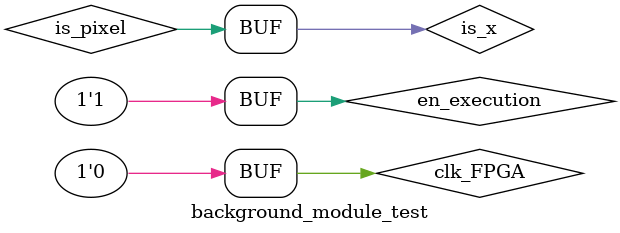
<source format=v>
`timescale 1ns/1ns
module background_module_test();

integer   	i;
wire      	clk;
wire      	clk_25;
wire      	clk_8;
wire [12:0] out_addr_block;
wire        out_hsync;
wire        out_vsync;
wire        active_area;
wire [9:0]  pixel_x;
wire [9:0]  pixel_y;
wire 		printting;
reg [9:0] 	new_px;
reg [9:0] 	new_py;
reg 	  	clk_FPGA;
reg 	  	is_pixel;
reg [8:0]	color;

/* ---------------------- Sinais da Unidade de Controle ------------------------------*/
reg  [3:0] 	out_opcode;
reg 		draw_screen;
reg 		instruction_finished;
reg 		en_execution;
wire  [2:0]	counter_value;
wire 		register_wr;
wire 		memory_wr_BK;
wire 		memory_wr_SP;
wire 		selectorAddress;
wire 		reset_done;
wire 		reset_modules;
wire 		reset_vga;
wire 		enable_counter;
/*-------------------------------------------------------------------------------------*/

always begin //frequência de 50 MHz
	clk_FPGA = 1'b1;
	#10;
	clk_FPGA = 1'b0;
	#10;
end

// Valor HIGH reseta a PLL
initial begin
	en_execution    = 1'b1;
end

clock_pll clock_pll_inst
(
	.inclk0(clk_FPGA),	// input  inclk0_sig
	.c0(clk) ,			// clock de 100  MHz
	.c1(clk_25), 		// clock de 25   MHz
	.c2(clk_8)          // clock de 8.33 MHz
);

BlockModule #(.size_x(10), .size_y(10), .size_address(13) )
BlockModule_inst
(
	.clk(clk), 						// Clock com frequencia de 100 MHz
	.reset(reset_vga),				// Sinal de reset
	.pixel_x(new_px),	    		// Proxima coordenada x que sera processada.
	.pixel_y(new_py),	    		// Proxima coordenada y que sera processada.
   	.addr_block(out_addr_block)		// Endereco de Memoria do bloco de background atual
);

/*------------Módulo para geração do sinais de sincronização do monitor e seus pixeis-----------*/
VGA_sync VGA_sync_inst
(
	.clock(clk_25),				// input  clock_sig
	.reset(reset_vga),			// input  reset_sig
	.hsync(out_hsync),			// output  hsync_sig
	.vsync(out_vsync),			// output  vsync_sig
	.video_enable(active_area),	// output  video_enable_sig
	.pixel_x(pixel_x),			// output [9:0] _sig
	.pixel_y(pixel_y), 			// output [8:0] _sig
	.printting(printting)
);

counter #(.n_bits(3))
counter_inst(
	.clk(clk),
	.reset(enable_counter),
	.value(counter_value)
);

/*-------------------------------Módulo da Unidade de Controle-----------------------------------*/
controlUnit 
controlUnit_inst
(
	.clk(clk) ,							// OK input  clk_sig
	.reset(reset) ,						// OK input  reset_sig
	.opCode(out_opcode) ,					// OK input [3:0] opCode_sig
	.printtingScreen(draw_screen) ,		    // input  printtingScreen_sig
	.doneInst(instruction_finished) ,	    // OK input  doneInst_sig
	.en_execution(en_execution),            // OK
	.counter(counter_value),
	.register_wr(register_wr),
	.memory_wr_SP(memory_wr_SP) ,		
	.memory_wr_BK(memory_wr_BK) ,
	.selectorAddress(selectorAddress), 		// OK output  selectorAddress_sig
	.reset_done(reset_done),                // OK
	.reset_modules(reset_modules),          
	.reset_vga(reset_vga),                  
 	.enable_counter(enable_counter)
);

always @(new_px or new_py) begin
	if(new_py <= 10'd480) begin
		if(new_px == 10'd800 && new_py == 10'd480) begin //ultimo pixel da area ativa foi impresso.
			is_pixel = 1'b0;	
		end
		else if(new_px == 10'd800) begin
			is_pixel = 1'b1; // Uma nova linha ira iniciar. Ou seja, o proximo pixel é zero.
		end
		else if(new_px >= 10'd640 & new_px <= 10'd799) begin
			is_pixel = 1'b0; // area inativa da tela.		
		end
		else begin
			is_pixel = 1'b1;
		end
	end
	else begin
		if(new_px == 10'd800 && new_py == 10'd524) begin //ou seja, proximo pixel é [0,0]. O controlador vga ira reiniciar a contagem.
			is_pixel  = 1'b1;
		end
		else begin
			is_pixel  = 1'b0;
		end
	end
end

assign draw_screen = ( (new_px == 10'd800 && new_py == 10'd524) || printting == 1'b1) ? 1'b1 : 1'b0;
assign new_px = (pixel_x + 1);
assign new_py = (pixel_y + 1);
assign is_x   = is_pixel;
//assign check_value = (refresh_comp == 1'b1) ? {new_px,pixel_y} : {new_px-1, pixel_y};
assign check_value = {new_px, pixel_y};

endmodule
</source>
